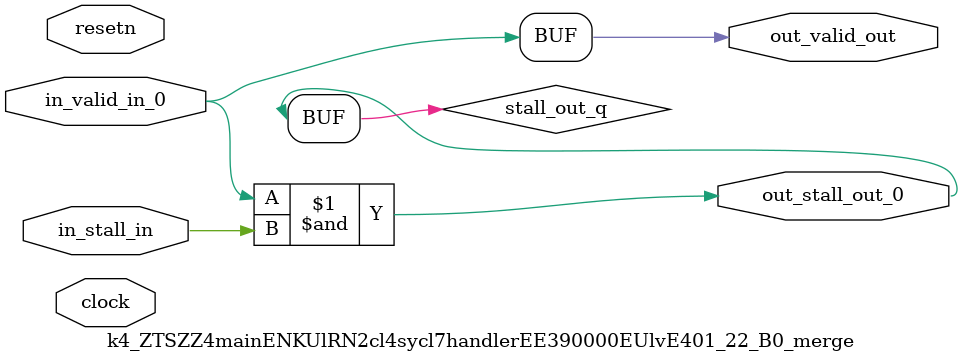
<source format=sv>



(* altera_attribute = "-name AUTO_SHIFT_REGISTER_RECOGNITION OFF; -name MESSAGE_DISABLE 10036; -name MESSAGE_DISABLE 10037; -name MESSAGE_DISABLE 14130; -name MESSAGE_DISABLE 14320; -name MESSAGE_DISABLE 15400; -name MESSAGE_DISABLE 14130; -name MESSAGE_DISABLE 10036; -name MESSAGE_DISABLE 12020; -name MESSAGE_DISABLE 12030; -name MESSAGE_DISABLE 12010; -name MESSAGE_DISABLE 12110; -name MESSAGE_DISABLE 14320; -name MESSAGE_DISABLE 13410; -name MESSAGE_DISABLE 113007; -name MESSAGE_DISABLE 10958" *)
module k4_ZTSZZ4mainENKUlRN2cl4sycl7handlerEE390000EUlvE401_22_B0_merge (
    input wire [0:0] in_stall_in,
    input wire [0:0] in_valid_in_0,
    output wire [0:0] out_stall_out_0,
    output wire [0:0] out_valid_out,
    input wire clock,
    input wire resetn
    );

    wire [0:0] stall_out_q;


    // stall_out(LOGICAL,6)
    assign stall_out_q = in_valid_in_0 & in_stall_in;

    // out_stall_out_0(GPOUT,4)
    assign out_stall_out_0 = stall_out_q;

    // out_valid_out(GPOUT,5)
    assign out_valid_out = in_valid_in_0;

endmodule

</source>
